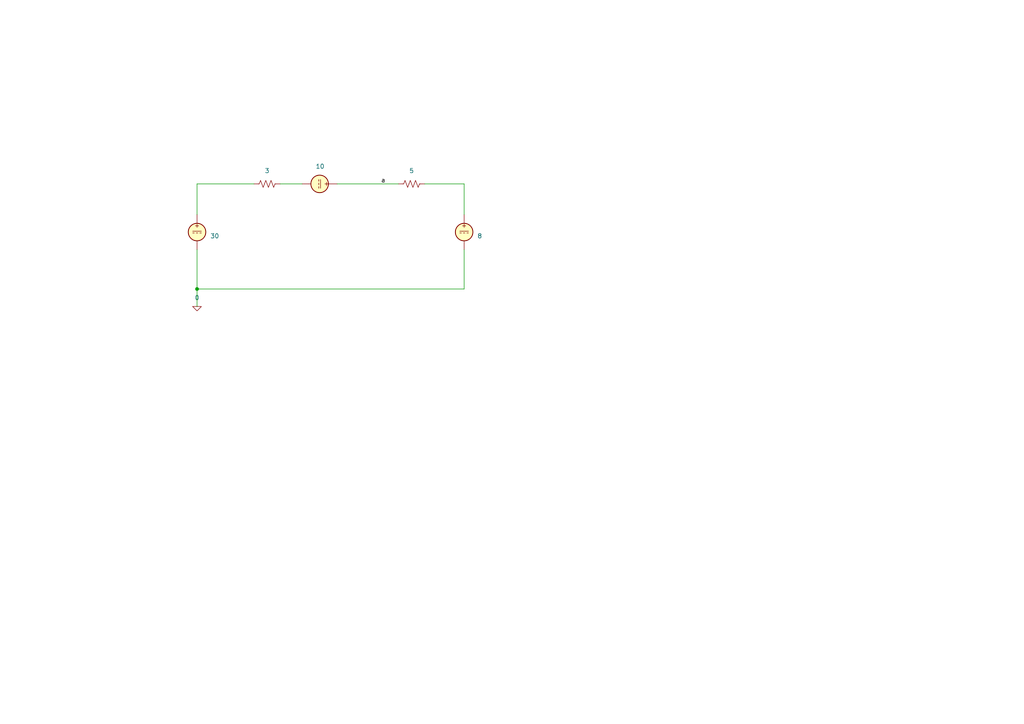
<source format=kicad_sch>
(kicad_sch (version 20250114) (generator "eeschema") (generator_version "9.0")
  (paper "A4")
  (lib_symbols
    (symbol "Device:R_US" (pin_numbers (hide yes)) (pin_names (offset 0))
      (property "Reference" "R" (at 2.54 0 90))
      (property "Value" "R_US" (at -2.54 0 90))
      (symbol "R_US_0_1"
        (polyline (pts (xy 0 2.286) (xy 0 2.54)))
        (polyline (pts (xy 0 2.286) (xy 1.016 1.905) (xy 0 1.524) (xy -1.016 1.143) (xy 0 0.762)))
        (polyline (pts (xy 0 0.762) (xy 1.016 0.381) (xy 0 0) (xy -1.016 -0.381) (xy 0 -0.762)))
        (polyline (pts (xy 0 -0.762) (xy 1.016 -1.143) (xy 0 -1.524) (xy -1.016 -1.905) (xy 0 -2.286)))
        (polyline (pts (xy 0 -2.286) (xy 0 -2.54)))
      )
      (symbol "R_US_1_1"
        (pin passive line (at 0 3.81 270) (length 1.27) (name "~") (number "1"))
        (pin passive line (at 0 -3.81 90) (length 1.27) (name "~") (number "2"))
      )
    )
    (symbol "Simulation_SPICE:0" (power) (pin_numbers (hide yes)) (pin_names (offset 0) (hide yes))
      (property "Value" "0" (at 0 -2.54 0))
      (symbol "0_0_1"
        (polyline (pts (xy -1.27 0) (xy 0 -1.27) (xy 1.27 0) (xy -1.27 0)))
      )
      (symbol "0_1_1"
        (pin power_in line (at 0 0 0) (length 0) (name "~") (number "1"))
      )
    )
    (symbol "Simulation_SPICE:VDC" (pin_numbers (hide yes)) (pin_names (offset 0.0254))
      (property "Reference" "V" (at 2.54 2.54 0))
      (property "Value" "1" (at 2.54 0 0))
      (symbol "VDC_0_0"
        (polyline (pts (xy -1.27 0.254) (xy 1.27 0.254)))
        (polyline (pts (xy -0.762 -0.254) (xy -1.27 -0.254)))
        (polyline (pts (xy 0.254 -0.254) (xy -0.254 -0.254)))
        (polyline (pts (xy 1.27 -0.254) (xy 0.762 -0.254)))
        (text "+" (at 0 1.905 0) (effects (font (size 1.27 1.27))))
      )
      (symbol "VDC_0_1"
        (circle (center 0 0) (radius 2.54) (stroke (width 0.254)) (fill (type background)))
      )
      (symbol "VDC_1_1"
        (pin passive line (at 0 5.08 270) (length 2.54) (name "~") (number "1"))
        (pin passive line (at 0 -5.08 90) (length 2.54) (name "~") (number "2"))
      )
    )
  )
  (junction (at 57.15 83.82))
  (wire (pts (xy 57.15 53.34) (xy 57.15 62.23)))
  (wire (pts (xy 57.15 72.39) (xy 57.15 83.82)))
  (wire (pts (xy 123.19 53.34) (xy 134.62 53.34)))
  (wire (pts (xy 57.15 83.82) (xy 57.15 88.9)))
  (wire (pts (xy 97.79 53.34) (xy 115.57 53.34)))
  (wire (pts (xy 134.62 72.39) (xy 134.62 83.82)))
  (wire (pts (xy 73.66 53.34) (xy 57.15 53.34)))
  (wire (pts (xy 134.62 83.82) (xy 57.15 83.82)))
  (wire (pts (xy 81.28 53.34) (xy 87.63 53.34)))
  (wire (pts (xy 134.62 53.34) (xy 134.62 62.23)))
  (label "a" (at 110.49 53.34 0))
  (symbol (lib_id "Device:R_US") (at 119.38 53.34 90) (unit 1)
    (property "Reference" "R5" (effects (hide yes)))
    (property "Value" "5" (at 119.38 49.53 90))
    (property "Description" "Resistor, US symbol" (effects (hide yes)))
  )
  (symbol (lib_id "Simulation_SPICE:VDC") (at 92.71 53.34 270) (unit 1)
    (property "Reference" "V4" (effects (hide yes)))
    (property "Value" "10" (at 92.8398 48.26 90))
    (property "Datasheet" "https://ngspice.sourceforge.io/docs/ngspice-html-manual/manual.xhtml#sec_Independent_Sources_for" (effects (hide yes)))
    (property "Description" "Voltage source, DC" (effects (hide yes)))
    (property "Sim.Pins" "1=+ 2=-" (effects (hide yes)))
    (property "Sim.Type" "DC" (effects (hide yes)))
    (property "Sim.Device" "V" (effects (hide yes)))
  )
  (symbol (lib_id "Simulation_SPICE:VDC") (at 57.15 67.31 0) (unit 1)
    (property "Reference" "V3" (effects (hide yes)))
    (property "Value" "30" (at 60.96 68.4501 0) (effects (justify left)))
    (property "Datasheet" "https://ngspice.sourceforge.io/docs/ngspice-html-manual/manual.xhtml#sec_Independent_Sources_for" (effects (hide yes)))
    (property "Description" "Voltage source, DC" (effects (hide yes)))
    (property "Sim.Pins" "1=+ 2=-" (effects (hide yes)))
    (property "Sim.Type" "DC" (effects (hide yes)))
    (property "Sim.Device" "V" (effects (hide yes)))
  )
  (symbol (lib_id "Simulation_SPICE:0") (at 57.15 88.9 0) (unit 1)
    (property "Reference" "#GND02" (effects (hide yes)))
    (property "Value" "0" (at 57.15 86.36 0))
    (property "Datasheet" "https://ngspice.sourceforge.io/docs/ngspice-html-manual/manual.xhtml#subsec_Circuit_elements__device" (effects (hide yes)))
    (property "Description" "0V reference potential for simulation" (effects (hide yes)))
  )
  (symbol (lib_id "Simulation_SPICE:VDC") (at 134.62 67.31 0) (unit 1)
    (property "Reference" "V5" (effects (hide yes)))
    (property "Value" "8" (at 138.43 68.4501 0) (effects (justify left)))
    (property "Datasheet" "https://ngspice.sourceforge.io/docs/ngspice-html-manual/manual.xhtml#sec_Independent_Sources_for" (effects (hide yes)))
    (property "Description" "Voltage source, DC" (effects (hide yes)))
    (property "Sim.Pins" "1=+ 2=-" (effects (hide yes)))
    (property "Sim.Type" "DC" (effects (hide yes)))
    (property "Sim.Device" "V" (effects (hide yes)))
  )
  (symbol (lib_id "Device:R_US") (at 77.47 53.34 90) (unit 1)
    (property "Reference" "R4" (effects (hide yes)))
    (property "Value" "3" (at 77.47 49.53 90))
    (property "Description" "Resistor, US symbol" (effects (hide yes)))
  )
)
</source>
